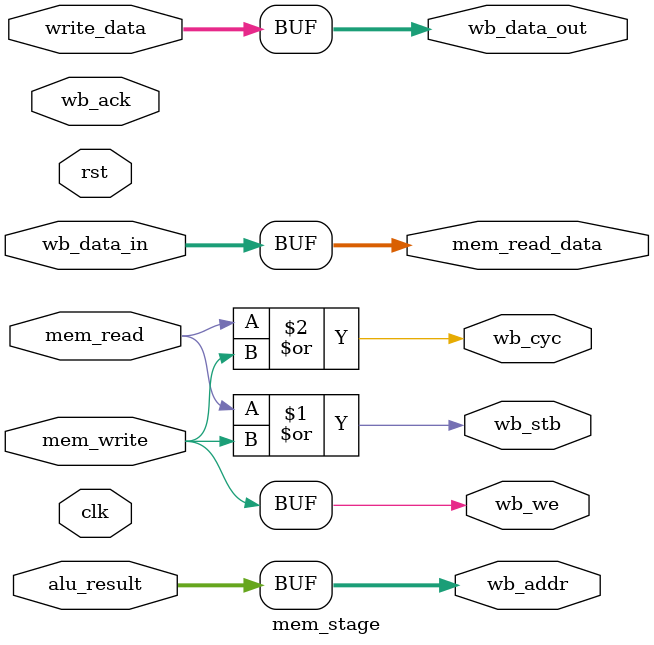
<source format=v>

module mem_stage (
    input  wire        clk,
    input  wire        rst,
    input  wire        mem_read,
    input  wire        mem_write,
    input  wire [31:0] alu_result,
    input  wire [31:0] write_data,
    output wire [31:0] mem_read_data,

    // Wishbone master interface
    output wire [31:0] wb_addr,
    output wire [31:0] wb_data_out,
    input  wire [31:0] wb_data_in,
    output wire        wb_we,
    output wire        wb_stb,
    output wire        wb_cyc,
    input  wire        wb_ack
);

    assign wb_addr      = alu_result;
    assign wb_data_out  = write_data;
    assign wb_we        = mem_write;
    assign wb_stb       = mem_read | mem_write;
    assign wb_cyc       = mem_read | mem_write;
    assign mem_read_data = wb_data_in;

endmodule


</source>
